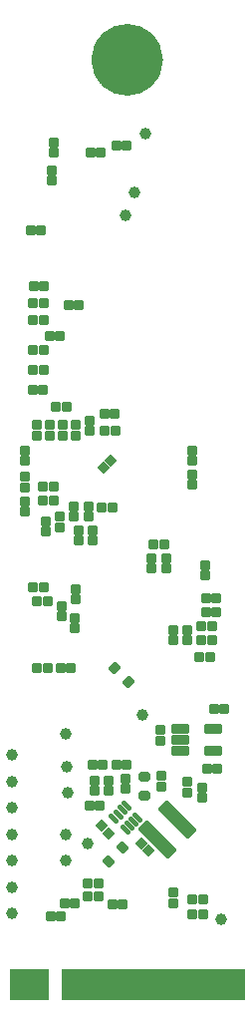
<source format=gbr>
%TF.GenerationSoftware,KiCad,Pcbnew,8.0.6*%
%TF.CreationDate,2024-11-27T08:16:24+01:00*%
%TF.ProjectId,M2SmartHome,4d32536d-6172-4744-986f-6d652e6b6963,rev?*%
%TF.SameCoordinates,Original*%
%TF.FileFunction,Soldermask,Bot*%
%TF.FilePolarity,Negative*%
%FSLAX46Y46*%
G04 Gerber Fmt 4.6, Leading zero omitted, Abs format (unit mm)*
G04 Created by KiCad (PCBNEW 8.0.6) date 2024-11-27 08:16:24*
%MOMM*%
%LPD*%
G01*
G04 APERTURE LIST*
G04 Aperture macros list*
%AMRoundRect*
0 Rectangle with rounded corners*
0 $1 Rounding radius*
0 $2 $3 $4 $5 $6 $7 $8 $9 X,Y pos of 4 corners*
0 Add a 4 corners polygon primitive as box body*
4,1,4,$2,$3,$4,$5,$6,$7,$8,$9,$2,$3,0*
0 Add four circle primitives for the rounded corners*
1,1,$1+$1,$2,$3*
1,1,$1+$1,$4,$5*
1,1,$1+$1,$6,$7*
1,1,$1+$1,$8,$9*
0 Add four rect primitives between the rounded corners*
20,1,$1+$1,$2,$3,$4,$5,0*
20,1,$1+$1,$4,$5,$6,$7,0*
20,1,$1+$1,$6,$7,$8,$9,0*
20,1,$1+$1,$8,$9,$2,$3,0*%
G04 Aperture macros list end*
%ADD10C,3.050000*%
%ADD11C,0.100000*%
%ADD12RoundRect,0.102000X0.280000X0.300000X-0.280000X0.300000X-0.280000X-0.300000X0.280000X-0.300000X0*%
%ADD13C,1.000000*%
%ADD14RoundRect,0.059250X-0.459973X0.208597X0.208597X-0.459973X0.459973X-0.208597X-0.208597X0.459973X0*%
%ADD15RoundRect,0.102000X-0.280000X-0.300000X0.280000X-0.300000X0.280000X0.300000X-0.280000X0.300000X0*%
%ADD16RoundRect,0.102000X0.300000X-0.280000X0.300000X0.280000X-0.300000X0.280000X-0.300000X-0.280000X0*%
%ADD17RoundRect,0.102000X-0.300000X0.280000X-0.300000X-0.280000X0.300000X-0.280000X0.300000X0.280000X0*%
%ADD18RoundRect,0.102000X0.410122X0.014142X0.014142X0.410122X-0.410122X-0.014142X-0.014142X-0.410122X0*%
%ADD19RoundRect,0.200000X0.053033X-0.335876X0.335876X-0.053033X-0.053033X0.335876X-0.335876X0.053033X0*%
%ADD20RoundRect,0.200000X-0.335876X-0.053033X-0.053033X-0.335876X0.335876X0.053033X0.053033X0.335876X0*%
%ADD21RoundRect,0.200000X0.275000X-0.200000X0.275000X0.200000X-0.275000X0.200000X-0.275000X-0.200000X0*%
%ADD22RoundRect,0.102000X0.855599X-1.548564X1.548564X-0.855599X-0.855599X1.548564X-1.548564X0.855599X0*%
%ADD23RoundRect,0.102000X0.014142X-0.410122X0.410122X-0.014142X-0.014142X0.410122X-0.410122X0.014142X0*%
%ADD24RoundRect,0.102000X-0.660400X-0.279400X0.660400X-0.279400X0.660400X0.279400X-0.660400X0.279400X0*%
G04 APERTURE END LIST*
D10*
X93525000Y-86250000D02*
G75*
G02*
X90475000Y-86250000I-1525000J0D01*
G01*
X90475000Y-86250000D02*
G75*
G02*
X93525000Y-86250000I1525000J0D01*
G01*
D11*
%TO.C,J1*%
X85275000Y-166000000D02*
X82075000Y-166000000D01*
X82075000Y-163500000D01*
X85275000Y-163500000D01*
X85275000Y-166000000D01*
G36*
X85275000Y-166000000D02*
G01*
X82075000Y-166000000D01*
X82075000Y-163500000D01*
X85275000Y-163500000D01*
X85275000Y-166000000D01*
G37*
X101925000Y-166000000D02*
X86475000Y-166000000D01*
X86475000Y-163500000D01*
X101925000Y-163500000D01*
X101925000Y-166000000D01*
G36*
X101925000Y-166000000D02*
G01*
X86475000Y-166000000D01*
X86475000Y-163500000D01*
X101925000Y-163500000D01*
X101925000Y-166000000D01*
G37*
%TD*%
D12*
%TO.C,C6*%
X86834999Y-115750000D03*
X85965001Y-115750000D03*
%TD*%
%TO.C,C3*%
X86369998Y-159000000D03*
X85500000Y-159000000D03*
%TD*%
D13*
%TO.C,TP17*%
X100000000Y-159207500D03*
%TD*%
%TO.C,TP3*%
X82250000Y-156507500D03*
%TD*%
%TO.C,TP10*%
X86750000Y-143507500D03*
%TD*%
%TO.C,TP15*%
X88650000Y-152800000D03*
%TD*%
%TO.C,TP20*%
X93550000Y-92550000D03*
%TD*%
%TO.C,TP19*%
X92650000Y-97550000D03*
%TD*%
%TO.C,TP8*%
X82250000Y-145257500D03*
%TD*%
%TO.C,TP11*%
X86950000Y-148500000D03*
%TD*%
%TO.C,TP6*%
X93300000Y-141850000D03*
%TD*%
%TO.C,TP9*%
X86900000Y-146300000D03*
%TD*%
%TO.C,TP13*%
X86750000Y-152007500D03*
%TD*%
%TO.C,TP16*%
X86750000Y-154257500D03*
%TD*%
%TO.C,TP7*%
X82250000Y-152007500D03*
%TD*%
%TO.C,TP21*%
X91900000Y-99450000D03*
%TD*%
D14*
%TO.C,U11*%
X90885302Y-150653462D03*
X91238855Y-150299909D03*
X91592409Y-149946355D03*
X91945962Y-149592802D03*
X92914698Y-150561538D03*
X92561145Y-150915091D03*
X92207591Y-151268645D03*
X91854038Y-151622198D03*
%TD*%
D13*
%TO.C,TP14*%
X82250000Y-149757500D03*
%TD*%
%TO.C,TP12*%
X82250000Y-147507500D03*
%TD*%
%TO.C,TP1*%
X82200000Y-158707500D03*
%TD*%
%TO.C,TP2*%
X82250000Y-154257500D03*
%TD*%
D15*
%TO.C,R4*%
X89865000Y-124300000D03*
X90735000Y-124300000D03*
%TD*%
D16*
%TO.C,R46*%
X97100000Y-148442499D03*
X97100000Y-147572501D03*
%TD*%
D17*
%TO.C,C34*%
X95950000Y-134687500D03*
X95950000Y-135557500D03*
%TD*%
D16*
%TO.C,R19*%
X84300000Y-118137500D03*
X84300000Y-117267500D03*
%TD*%
D12*
%TO.C,C15*%
X87234999Y-137900000D03*
X86365001Y-137900000D03*
%TD*%
D15*
%TO.C,C61*%
X88665001Y-157300000D03*
X89534999Y-157300000D03*
%TD*%
D12*
%TO.C,R38*%
X84684999Y-100750000D03*
X83815001Y-100750000D03*
%TD*%
D18*
%TO.C,C70*%
X93807591Y-153415091D03*
X93192409Y-152799909D03*
%TD*%
D19*
%TO.C,FB3*%
X90416637Y-154290863D03*
X91583363Y-153124137D03*
%TD*%
D16*
%TO.C,R65*%
X89200000Y-148342499D03*
X89200000Y-147472501D03*
%TD*%
%TO.C,R34*%
X98600000Y-130017499D03*
X98600000Y-129147501D03*
%TD*%
%TO.C,C27*%
X94100000Y-129442499D03*
X94100000Y-128572501D03*
%TD*%
D20*
%TO.C,FB1*%
X90916637Y-137916637D03*
X92083363Y-139083363D03*
%TD*%
D12*
%TO.C,R32*%
X84884999Y-108357500D03*
X84015001Y-108357500D03*
%TD*%
D17*
%TO.C,C17*%
X87500000Y-124165000D03*
X87500000Y-125035000D03*
%TD*%
D12*
%TO.C,R24*%
X84934999Y-105507500D03*
X84065001Y-105507500D03*
%TD*%
D15*
%TO.C,R72*%
X98165001Y-136950000D03*
X99034999Y-136950000D03*
%TD*%
D16*
%TO.C,C74*%
X90400000Y-148342500D03*
X90400000Y-147472502D03*
%TD*%
D21*
%TO.C,FB2*%
X93500000Y-148732500D03*
X93500000Y-147082500D03*
%TD*%
D12*
%TO.C,C7*%
X85735000Y-122450000D03*
X84865000Y-122450000D03*
%TD*%
D15*
%TO.C,R66*%
X88831231Y-149580294D03*
X89701229Y-149580294D03*
%TD*%
D12*
%TO.C,C22*%
X84884999Y-131000000D03*
X84015001Y-131000000D03*
%TD*%
D17*
%TO.C,R55*%
X94800000Y-143165001D03*
X94800000Y-144034999D03*
%TD*%
D22*
%TO.C,L5*%
X94562078Y-152445422D03*
X96237922Y-150769578D03*
%TD*%
D12*
%TO.C,R52*%
X91935000Y-146107500D03*
X91065000Y-146107500D03*
%TD*%
D16*
%TO.C,R42*%
X85800000Y-94107500D03*
X85800000Y-93237500D03*
%TD*%
D23*
%TO.C,C14*%
X89992409Y-120907591D03*
X90607591Y-120292409D03*
%TD*%
D16*
%TO.C,R17*%
X85400000Y-118137500D03*
X85400000Y-117267500D03*
%TD*%
D12*
%TO.C,C39*%
X86284999Y-109707500D03*
X85415001Y-109707500D03*
%TD*%
D16*
%TO.C,C19*%
X86400000Y-133534999D03*
X86400000Y-132665001D03*
%TD*%
%TO.C,R11*%
X88850000Y-117735000D03*
X88850000Y-116865000D03*
%TD*%
%TO.C,R13*%
X89100000Y-127042499D03*
X89100000Y-126172501D03*
%TD*%
D12*
%TO.C,R21*%
X84884999Y-112557500D03*
X84015001Y-112557500D03*
%TD*%
D15*
%TO.C,C30*%
X98715001Y-133132500D03*
X99584999Y-133132500D03*
%TD*%
D17*
%TO.C,C69*%
X91900000Y-147272501D03*
X91900000Y-148142499D03*
%TD*%
D16*
%TO.C,R43*%
X85600000Y-96535000D03*
X85600000Y-95665000D03*
%TD*%
D17*
%TO.C,C12*%
X86300000Y-125065001D03*
X86300000Y-125934999D03*
%TD*%
D12*
%TO.C,R56*%
X99684999Y-146482500D03*
X98815001Y-146482500D03*
%TD*%
D17*
%TO.C,C72*%
X95900000Y-156972501D03*
X95900000Y-157842499D03*
%TD*%
D12*
%TO.C,R25*%
X84884999Y-106907500D03*
X84015001Y-106907500D03*
%TD*%
%TO.C,R54*%
X98434999Y-157500000D03*
X97565001Y-157500000D03*
%TD*%
D17*
%TO.C,C18*%
X87550000Y-133652500D03*
X87550000Y-134522500D03*
%TD*%
D15*
%TO.C,C26*%
X98315000Y-135522500D03*
X99185000Y-135522500D03*
%TD*%
D12*
%TO.C,C13*%
X85735000Y-123650000D03*
X84865000Y-123650000D03*
%TD*%
D15*
%TO.C,C73*%
X90765001Y-158000000D03*
X91634999Y-158000000D03*
%TD*%
D17*
%TO.C,C8*%
X87650000Y-117265001D03*
X87650000Y-118134999D03*
%TD*%
D15*
%TO.C,C62*%
X88665001Y-156200000D03*
X89534999Y-156200000D03*
%TD*%
%TO.C,C40*%
X88915001Y-94100000D03*
X89784999Y-94100000D03*
%TD*%
D16*
%TO.C,C16*%
X87600000Y-132034999D03*
X87600000Y-131165001D03*
%TD*%
D12*
%TO.C,R22*%
X84834999Y-114307500D03*
X83965001Y-114307500D03*
%TD*%
D17*
%TO.C,R45*%
X98400000Y-148072501D03*
X98400000Y-148942499D03*
%TD*%
D12*
%TO.C,R29*%
X91934999Y-93550000D03*
X91065001Y-93550000D03*
%TD*%
%TO.C,R37*%
X99185000Y-134322500D03*
X98315000Y-134322500D03*
%TD*%
%TO.C,C48*%
X87534999Y-157900000D03*
X86665001Y-157900000D03*
%TD*%
%TO.C,C23*%
X85234999Y-137900000D03*
X84365001Y-137900000D03*
%TD*%
D15*
%TO.C,R71*%
X90065001Y-116300000D03*
X90934999Y-116300000D03*
%TD*%
D17*
%TO.C,R20*%
X83350000Y-121665001D03*
X83350000Y-122534999D03*
%TD*%
D12*
%TO.C,C38*%
X87884999Y-107057500D03*
X87015001Y-107057500D03*
%TD*%
D15*
%TO.C,R47*%
X89065000Y-146107500D03*
X89935000Y-146107500D03*
%TD*%
%TO.C,C29*%
X98715001Y-132007500D03*
X99584999Y-132007500D03*
%TD*%
D16*
%TO.C,C28*%
X95300000Y-129442499D03*
X95300000Y-128572501D03*
%TD*%
D24*
%TO.C,U10*%
X96528400Y-144947300D03*
X96528400Y-144007500D03*
X96528400Y-143067700D03*
X99271600Y-143067700D03*
X99271600Y-144947300D03*
%TD*%
D16*
%TO.C,C71*%
X94900000Y-147942499D03*
X94900000Y-147072501D03*
%TD*%
D12*
%TO.C,R33*%
X84884999Y-110907500D03*
X84015001Y-110907500D03*
%TD*%
D16*
%TO.C,R15*%
X83350000Y-124584999D03*
X83350000Y-123715001D03*
%TD*%
D17*
%TO.C,R5*%
X97550000Y-119422501D03*
X97550000Y-120292499D03*
%TD*%
D15*
%TO.C,R12*%
X90115001Y-117707500D03*
X90984999Y-117707500D03*
%TD*%
D17*
%TO.C,R6*%
X97500000Y-121472501D03*
X97500000Y-122342499D03*
%TD*%
D15*
%TO.C,C47*%
X99365001Y-141400000D03*
X100234999Y-141400000D03*
%TD*%
D17*
%TO.C,C11*%
X88700000Y-124165000D03*
X88700000Y-125035000D03*
%TD*%
%TO.C,C32*%
X97150000Y-134687500D03*
X97150000Y-135557500D03*
%TD*%
D15*
%TO.C,C36*%
X95134999Y-127407500D03*
X94265001Y-127407500D03*
%TD*%
D12*
%TO.C,R53*%
X98434999Y-158800000D03*
X97565001Y-158800000D03*
%TD*%
%TO.C,C21*%
X85234999Y-132200000D03*
X84365001Y-132200000D03*
%TD*%
D18*
%TO.C,R39*%
X90407591Y-151915091D03*
X89792409Y-151299909D03*
%TD*%
D16*
%TO.C,R14*%
X87900000Y-127042499D03*
X87900000Y-126172501D03*
%TD*%
%TO.C,R16*%
X83300000Y-120284999D03*
X83300000Y-119415001D03*
%TD*%
D17*
%TO.C,R2*%
X85050000Y-125415000D03*
X85050000Y-126285000D03*
%TD*%
D16*
%TO.C,R18*%
X86500000Y-118142500D03*
X86500000Y-117272500D03*
%TD*%
M02*

</source>
